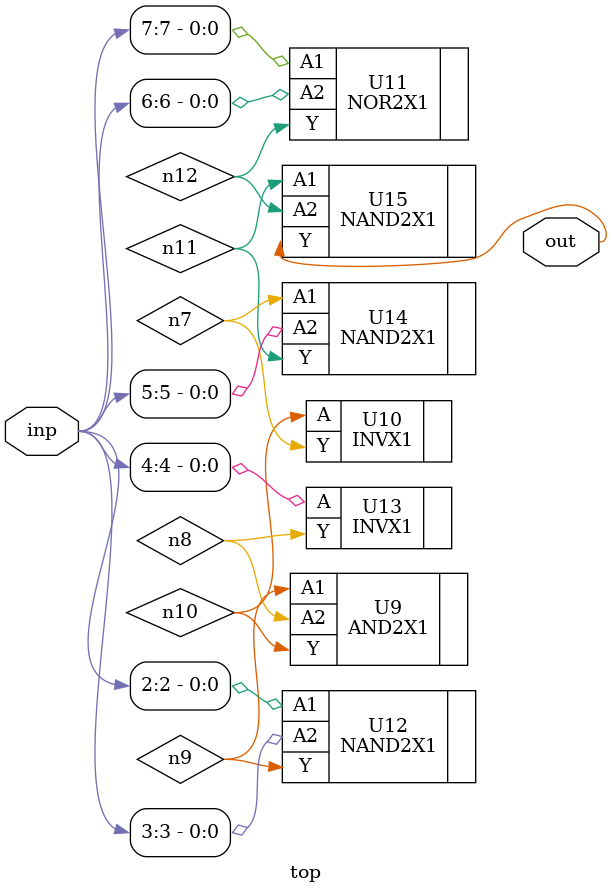
<source format=sv>


module top ( inp, out );
  input [7:0] inp;
  output out;
  wire   n7, n8, n9, n10, n11, n12;

  AND2X1 U9 ( .A1(n9), .A2(n8), .Y(n10) );
  INVX1 U10 ( .A(n10), .Y(n7) );
  NOR2X1 U11 ( .A1(inp[7]), .A2(inp[6]), .Y(n12) );
  NAND2X1 U12 ( .A1(inp[2]), .A2(inp[3]), .Y(n9) );
  INVX1 U13 ( .A(inp[4]), .Y(n8) );
  NAND2X1 U14 ( .A1(n7), .A2(inp[5]), .Y(n11) );
  NAND2X1 U15 ( .A1(n11), .A2(n12), .Y(out) );
endmodule


</source>
